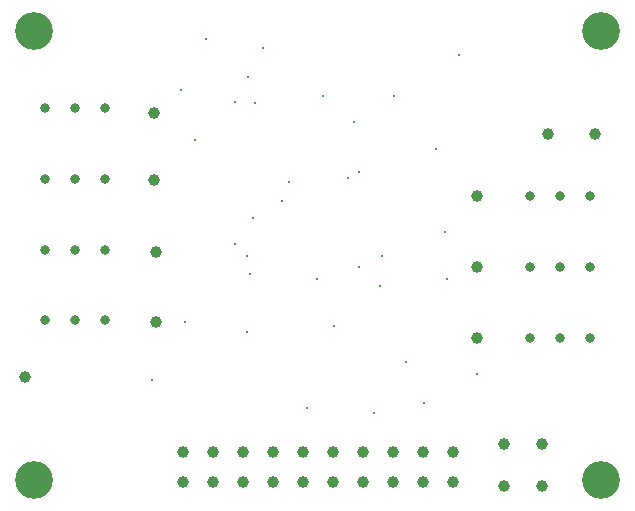
<source format=gbr>
%TF.GenerationSoftware,KiCad,Pcbnew,7.0.11-rc3*%
%TF.CreationDate,2025-03-16T23:21:57+08:00*%
%TF.ProjectId,BSPD,42535044-2e6b-4696-9361-645f70636258,rev?*%
%TF.SameCoordinates,PX731bc60PY731bc60*%
%TF.FileFunction,Plated,1,2,PTH,Drill*%
%TF.FilePolarity,Positive*%
%FSLAX46Y46*%
G04 Gerber Fmt 4.6, Leading zero omitted, Abs format (unit mm)*
G04 Created by KiCad (PCBNEW 7.0.11-rc3) date 2025-03-16 23:21:57*
%MOMM*%
%LPD*%
G01*
G04 APERTURE LIST*
%TA.AperFunction,ViaDrill*%
%ADD10C,0.300000*%
%TD*%
%TA.AperFunction,ComponentDrill*%
%ADD11C,0.800000*%
%TD*%
%TA.AperFunction,ComponentDrill*%
%ADD12C,1.000000*%
%TD*%
%TA.AperFunction,ComponentDrill*%
%ADD13C,3.200000*%
%TD*%
G04 APERTURE END LIST*
D10*
X9800000Y-34800000D03*
X12212500Y-10300000D03*
X12600000Y-29900000D03*
X13387500Y-14500000D03*
X14400000Y-6000000D03*
X16800000Y-11300000D03*
X16800000Y-23300000D03*
X17800000Y-24300000D03*
X17800000Y-30800000D03*
X17937500Y-9162500D03*
X18100000Y-25900000D03*
X18300000Y-21162500D03*
X18500000Y-11400000D03*
X19200000Y-6700000D03*
X20800000Y-19700000D03*
X21400000Y-18100000D03*
X22900000Y-37200000D03*
X23800000Y-26300000D03*
X24300000Y-10800000D03*
X25200000Y-30300000D03*
X26412500Y-17700000D03*
X26862500Y-13012500D03*
X27300000Y-17200000D03*
X27300000Y-25300000D03*
X28600000Y-37600000D03*
X29100000Y-26900000D03*
X29300000Y-24300000D03*
X30300000Y-10800000D03*
X31300000Y-33300000D03*
X32800000Y-36800000D03*
X33800000Y-15300000D03*
X34600000Y-22300000D03*
X34800000Y-26300000D03*
X35800000Y-7300000D03*
X37300000Y-34300000D03*
D11*
%TO.C,RV1*%
X760000Y-11800000D03*
%TO.C,RV2*%
X760000Y-17800000D03*
%TO.C,RV3*%
X760000Y-23800000D03*
%TO.C,RV4*%
X760000Y-29800000D03*
%TO.C,RV1*%
X3300000Y-11800000D03*
%TO.C,RV2*%
X3300000Y-17800000D03*
%TO.C,RV3*%
X3300000Y-23800000D03*
%TO.C,RV4*%
X3300000Y-29800000D03*
%TO.C,RV1*%
X5840000Y-11800000D03*
%TO.C,RV2*%
X5840000Y-17800000D03*
%TO.C,RV3*%
X5840000Y-23800000D03*
%TO.C,RV4*%
X5840000Y-29800000D03*
%TO.C,RV5*%
X41760000Y-19300000D03*
%TO.C,RV6*%
X41760000Y-25300000D03*
%TO.C,RV7*%
X41760000Y-31300000D03*
%TO.C,RV5*%
X44300000Y-19300000D03*
%TO.C,RV6*%
X44300000Y-25300000D03*
%TO.C,RV7*%
X44300000Y-31300000D03*
%TO.C,RV5*%
X46840000Y-19300000D03*
%TO.C,RV6*%
X46840000Y-25300000D03*
%TO.C,RV7*%
X46840000Y-31300000D03*
D12*
%TO.C,TP16*%
X-950000Y-34550000D03*
%TO.C,TP1*%
X10000000Y-12200000D03*
%TO.C,TP2*%
X10000000Y-17900000D03*
%TO.C,TP3*%
X10100000Y-24000000D03*
%TO.C,TP4*%
X10100000Y-29900000D03*
%TO.C,J2*%
X12375000Y-40930000D03*
X12375000Y-43470000D03*
X14915000Y-40930000D03*
X14915000Y-43470000D03*
X17455000Y-40930000D03*
X17455000Y-43470000D03*
X19995000Y-40930000D03*
X19995000Y-43470000D03*
X22535000Y-40930000D03*
X22535000Y-43470000D03*
X25075000Y-40930000D03*
X25075000Y-43470000D03*
X27615000Y-40930000D03*
X27615000Y-43470000D03*
X30155000Y-40930000D03*
X30155000Y-43470000D03*
X32695000Y-40930000D03*
X32695000Y-43470000D03*
X35235000Y-40930000D03*
X35235000Y-43470000D03*
%TO.C,TP5*%
X37300000Y-19300000D03*
%TO.C,TP6*%
X37300000Y-25300000D03*
%TO.C,TP7*%
X37300000Y-31300000D03*
%TO.C,TP10*%
X39550000Y-40300000D03*
%TO.C,TP11*%
X39550000Y-43800000D03*
%TO.C,TP9*%
X42800000Y-40300000D03*
%TO.C,TP12*%
X42800000Y-43800000D03*
%TO.C,TP13*%
X43300000Y-14050000D03*
%TO.C,TP14*%
X47300000Y-14050000D03*
D13*
%TO.C,H4*%
X-200000Y-5300000D03*
%TO.C,H3*%
X-200000Y-43300000D03*
%TO.C,H1*%
X47800000Y-5300000D03*
%TO.C,H2*%
X47800000Y-43300000D03*
M02*

</source>
